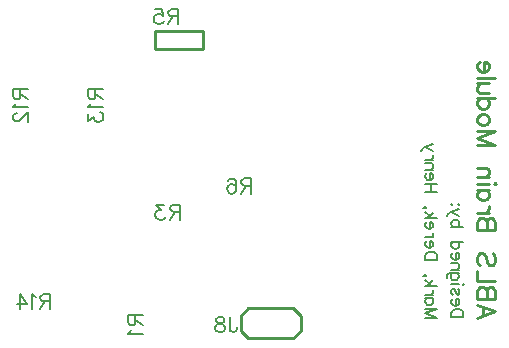
<source format=gbr>
G04 DipTrace 3.0.0.2*
G04 BottomSilk.gbr*
%MOIN*%
G04 #@! TF.FileFunction,Legend,Bot*
G04 #@! TF.Part,Single*
%ADD10C,0.009843*%
%ADD80C,0.00772*%
%ADD81C,0.009264*%
%ADD82C,0.006176*%
%FSLAX26Y26*%
G04*
G70*
G90*
G75*
G01*
G04 BotSilk*
%LPD*%
X1579627Y504701D2*
D10*
X1729627D1*
X1754627Y479701D1*
Y429701D1*
X1729627Y404701D2*
X1754627Y429701D1*
X1579627Y404701D2*
X1729627D1*
X1554627Y429701D2*
X1579627Y404701D1*
X1554627Y479701D2*
Y429701D1*
Y479701D2*
X1579627Y504701D1*
X1268228Y1368453D2*
Y1428453D1*
X1428528Y1368453D2*
X1268228D1*
X1428528D2*
Y1428453D1*
X1268228D1*
X1517101Y475242D2*
D80*
Y436996D1*
X1519478Y429811D1*
X1521910Y427434D1*
X1526663Y425002D1*
X1531471D1*
X1536225Y427434D1*
X1538601Y429811D1*
X1541033Y436996D1*
Y441749D1*
X1489724Y475187D2*
X1496854Y472810D1*
X1499286Y468057D1*
Y463249D1*
X1496854Y458495D1*
X1492101Y456064D1*
X1482539Y453687D1*
X1475354Y451310D1*
X1470601Y446502D1*
X1468224Y441749D1*
Y434564D1*
X1470601Y429811D1*
X1472977Y427379D1*
X1480162Y425002D1*
X1489724D1*
X1496854Y427379D1*
X1499286Y429811D1*
X1501662Y434564D1*
Y441749D1*
X1499286Y446502D1*
X1494477Y451310D1*
X1487347Y453687D1*
X1477786Y456064D1*
X1472977Y458495D1*
X1470601Y463249D1*
Y468057D1*
X1472977Y472810D1*
X1480162Y475187D1*
X1489724D1*
X1202682Y480811D2*
Y459311D1*
X1200251Y452126D1*
X1197874Y449694D1*
X1193121Y447318D1*
X1188312D1*
X1183559Y449694D1*
X1181127Y452126D1*
X1178751Y459311D1*
Y480811D1*
X1228991D1*
X1202682Y464064D2*
X1228991Y447318D1*
X1188368Y431878D2*
X1185936Y427070D1*
X1178806Y419885D1*
X1228991D1*
X1351994Y825817D2*
X1330494D1*
X1323309Y828249D1*
X1320877Y830625D1*
X1318500Y835379D1*
Y840187D1*
X1320877Y844940D1*
X1323309Y847372D1*
X1330494Y849749D1*
X1351994D1*
Y799509D1*
X1335247Y825817D2*
X1318500Y799509D1*
X1298253Y849693D2*
X1272000D1*
X1286315Y830570D1*
X1279130D1*
X1274376Y828194D1*
X1272000Y825817D1*
X1269568Y818632D1*
Y813879D1*
X1272000Y806694D1*
X1276753Y801885D1*
X1283938Y799509D1*
X1291123D1*
X1298253Y801885D1*
X1300629Y804317D1*
X1303061Y809070D1*
X1345840Y1477744D2*
X1324340D1*
X1317155Y1480176D1*
X1314724Y1482553D1*
X1312347Y1487306D1*
Y1492114D1*
X1314724Y1496867D1*
X1317155Y1499299D1*
X1324340Y1501676D1*
X1345840D1*
Y1451436D1*
X1329094Y1477744D2*
X1312347Y1451436D1*
X1268223Y1501621D2*
X1292099D1*
X1294476Y1480121D1*
X1292099Y1482497D1*
X1284914Y1484929D1*
X1277784D1*
X1270599Y1482497D1*
X1265791Y1477744D1*
X1263414Y1470559D1*
Y1465806D1*
X1265791Y1458621D1*
X1270599Y1453812D1*
X1277784Y1451436D1*
X1284914D1*
X1292099Y1453812D1*
X1294476Y1456244D1*
X1296908Y1460997D1*
X1588374Y913224D2*
X1566874D1*
X1559689Y915656D1*
X1557257Y918032D1*
X1554880Y922785D1*
Y927594D1*
X1557257Y932347D1*
X1559689Y934779D1*
X1566874Y937155D1*
X1588374D1*
Y886915D1*
X1571627Y913224D2*
X1554880Y886915D1*
X1510756Y929970D2*
X1513133Y934724D1*
X1520318Y937100D1*
X1525071D1*
X1532256Y934724D1*
X1537064Y927539D1*
X1539441Y915600D1*
Y903662D1*
X1537064Y894101D1*
X1532256Y889292D1*
X1525071Y886915D1*
X1522694D1*
X1515565Y889292D1*
X1510756Y894101D1*
X1508380Y901286D1*
Y903662D1*
X1510756Y910847D1*
X1515565Y915600D1*
X1522694Y917977D1*
X1525071D1*
X1532256Y915600D1*
X1537064Y910847D1*
X1539441Y903662D1*
X819558Y1234729D2*
Y1213229D1*
X817126Y1206044D1*
X814749Y1203612D1*
X809996Y1201235D1*
X805188D1*
X800435Y1203612D1*
X798003Y1206044D1*
X795626Y1213229D1*
Y1234729D1*
X845866D1*
X819558Y1217982D2*
X845866Y1201235D1*
X805243Y1185796D2*
X802811Y1180988D1*
X795681Y1173803D1*
X845866Y1173802D1*
X807620Y1155931D2*
X805243D1*
X800435Y1153555D1*
X798058Y1151178D1*
X795681Y1146370D1*
Y1136808D1*
X798058Y1132055D1*
X800434Y1129678D1*
X805243Y1127247D1*
X809996D1*
X814805Y1129678D1*
X821934Y1134432D1*
X845866Y1158363D1*
Y1124870D1*
X1069556Y1234729D2*
Y1213229D1*
X1067125Y1206044D1*
X1064748Y1203612D1*
X1059995Y1201235D1*
X1055186D1*
X1050433Y1203612D1*
X1048001Y1206044D1*
X1045625Y1213229D1*
Y1234729D1*
X1095865D1*
X1069556Y1217982D2*
X1095865Y1201235D1*
X1055242Y1185796D2*
X1052810Y1180988D1*
X1045680Y1173803D1*
X1095865Y1173802D1*
X1045680Y1153555D2*
Y1127302D1*
X1064803Y1141617D1*
Y1134432D1*
X1067180Y1129678D1*
X1069556Y1127302D1*
X1076741Y1124870D1*
X1081495D1*
X1088680Y1127302D1*
X1093488Y1132055D1*
X1095865Y1139240D1*
Y1146425D1*
X1093488Y1153555D1*
X1091056Y1155931D1*
X1086303Y1158363D1*
X918868Y527717D2*
X897368D1*
X890183Y530149D1*
X887752Y532526D1*
X885375Y537279D1*
Y542087D1*
X887752Y546840D1*
X890183Y549272D1*
X897368Y551649D1*
X918868D1*
Y501409D1*
X902122Y527717D2*
X885375Y501409D1*
X869936Y542032D2*
X865127Y544464D1*
X857942Y551594D1*
Y501409D1*
X818571D2*
Y551594D1*
X842503Y518156D1*
X806633D1*
X2341402Y516916D2*
D81*
X2401690Y493902D1*
X2341402Y470954D1*
X2361498Y479576D2*
Y508294D1*
X2401690Y535443D2*
X2341402D1*
Y561310D1*
X2344320Y569932D1*
X2347172Y572784D1*
X2352876Y575635D1*
X2361498D1*
X2367268Y572784D1*
X2370120Y569932D1*
X2372972Y561310D1*
X2375890Y569932D1*
X2378742Y572784D1*
X2384446Y575635D1*
X2390216D1*
X2395920Y572784D1*
X2398838Y569932D1*
X2401690Y561310D1*
Y535443D1*
X2372972D2*
Y561310D1*
X2401690Y594163D2*
X2341402D1*
Y628584D1*
X2393068Y687303D2*
X2398838Y681600D1*
X2401690Y672978D1*
Y661504D1*
X2398838Y652882D1*
X2393068Y647111D1*
X2387364D1*
X2381594Y650030D1*
X2378742Y652882D1*
X2375890Y658585D1*
X2370120Y675830D1*
X2367268Y681600D1*
X2364350Y684452D1*
X2358646Y687303D1*
X2350024D1*
X2344320Y681600D1*
X2341402Y672978D1*
Y661504D1*
X2344320Y652882D1*
X2350024Y647111D1*
X2401690Y764152D2*
X2341402D1*
Y790018D1*
X2344320Y798640D1*
X2347172Y801492D1*
X2352876Y804344D1*
X2361498D1*
X2367268Y801492D1*
X2370120Y798640D1*
X2372972Y790018D1*
X2375890Y798640D1*
X2378742Y801492D1*
X2384446Y804344D1*
X2390216D1*
X2395920Y801492D1*
X2398838Y798640D1*
X2401690Y790018D1*
Y764152D1*
X2372972D2*
Y790018D1*
X2381594Y822871D2*
X2341402D1*
X2364350D2*
X2372972Y825789D1*
X2378742Y831493D1*
X2381594Y837263D1*
Y845885D1*
Y898834D2*
X2341402D1*
X2372972D2*
X2378742Y893130D1*
X2381594Y887360D1*
Y878804D1*
X2378742Y873034D1*
X2372972Y867330D1*
X2364350Y864412D1*
X2358646D1*
X2350024Y867330D1*
X2344320Y873034D1*
X2341402Y878804D1*
Y887360D1*
X2344320Y893130D1*
X2350024Y898834D1*
X2401690Y917361D2*
X2398838Y920213D1*
X2401690Y923131D1*
X2404608Y920213D1*
X2401690Y917361D1*
X2381594Y920213D2*
X2341402D1*
X2381594Y941658D2*
X2341402D1*
X2370120D2*
X2378742Y950280D1*
X2381594Y956051D1*
Y964606D1*
X2378742Y970376D1*
X2370120Y973228D1*
X2341402D1*
Y1095972D2*
X2401690D1*
X2341402Y1073024D1*
X2401690Y1050077D1*
X2341402D1*
X2381594Y1128825D2*
X2378742Y1123122D1*
X2372972Y1117351D1*
X2364350Y1114499D1*
X2358646D1*
X2350024Y1117351D1*
X2344320Y1123122D1*
X2341402Y1128825D1*
Y1137447D1*
X2344320Y1143218D1*
X2350024Y1148921D1*
X2358646Y1151840D1*
X2364350D1*
X2372972Y1148921D1*
X2378742Y1143218D1*
X2381594Y1137447D1*
Y1128825D1*
X2401690Y1204789D2*
X2341402D1*
X2372972D2*
X2378742Y1199085D1*
X2381594Y1193315D1*
Y1184693D1*
X2378742Y1178989D1*
X2372972Y1173219D1*
X2364350Y1170367D1*
X2358646D1*
X2350024Y1173219D1*
X2344320Y1178989D1*
X2341402Y1184693D1*
Y1193315D1*
X2344320Y1199085D1*
X2350024Y1204789D1*
X2381594Y1223316D2*
X2352876D1*
X2344320Y1226168D1*
X2341402Y1231938D1*
Y1240560D1*
X2344320Y1246264D1*
X2352876Y1254886D1*
X2381594D2*
X2341402D1*
X2401690Y1273413D2*
X2341402D1*
X2364350Y1291940D2*
Y1326362D1*
X2370120D1*
X2375890Y1323510D1*
X2378742Y1320658D1*
X2381594Y1314888D1*
Y1306266D1*
X2378742Y1300562D1*
X2372972Y1294792D1*
X2364350Y1291940D1*
X2358646D1*
X2350024Y1294792D1*
X2344320Y1300562D1*
X2341402Y1306266D1*
Y1314888D1*
X2344320Y1320658D1*
X2350024Y1326362D1*
X2295972Y474299D2*
D82*
X2255780D1*
Y487696D1*
X2257726Y493444D1*
X2261528Y497291D1*
X2265375Y499192D1*
X2271079Y501094D1*
X2280674D1*
X2286422Y499192D1*
X2290224Y497291D1*
X2294071Y493444D1*
X2295972Y487696D1*
Y474299D1*
X2271079Y513445D2*
Y536393D1*
X2274926D1*
X2278773Y534492D1*
X2280674Y532590D1*
X2282575Y528744D1*
Y522996D1*
X2280674Y519193D1*
X2276827Y515346D1*
X2271079Y513445D1*
X2267276D1*
X2261528Y515346D1*
X2257726Y519193D1*
X2255780Y522996D1*
Y528744D1*
X2257726Y532590D1*
X2261528Y536393D1*
X2276827Y569791D2*
X2280674Y567890D1*
X2282575Y562142D1*
Y556394D1*
X2280674Y550646D1*
X2276827Y548744D1*
X2273024Y550646D1*
X2271079Y554492D1*
X2269178Y564043D1*
X2267276Y567890D1*
X2263430Y569791D1*
X2261528D1*
X2257726Y567890D1*
X2255780Y562142D1*
Y556394D1*
X2257726Y550646D1*
X2261528Y548744D1*
X2295972Y582142D2*
X2294071Y584044D1*
X2295972Y585989D1*
X2297918Y584044D1*
X2295972Y582142D1*
X2282575Y584044D2*
X2255780D1*
X2280674Y621289D2*
X2250032D1*
X2244329Y619387D1*
X2242383Y617486D1*
X2240482Y613639D1*
Y607891D1*
X2242383Y604089D1*
X2274926Y621289D2*
X2278728Y617486D1*
X2280674Y613639D1*
Y607891D1*
X2278728Y604089D1*
X2274926Y600242D1*
X2269178Y598341D1*
X2265331D1*
X2259627Y600242D1*
X2255780Y604089D1*
X2253879Y607891D1*
Y613639D1*
X2255780Y617486D1*
X2259627Y621289D1*
X2282575Y633640D2*
X2255780D1*
X2274926D2*
X2280674Y639388D1*
X2282575Y643235D1*
Y648939D1*
X2280674Y652785D1*
X2274926Y654687D1*
X2255780D1*
X2271079Y667038D2*
Y689986D1*
X2274926D1*
X2278773Y688085D1*
X2280674Y686183D1*
X2282575Y682337D1*
Y676589D1*
X2280674Y672786D1*
X2276827Y668939D1*
X2271079Y667038D1*
X2267276D1*
X2261528Y668939D1*
X2257726Y672786D1*
X2255780Y676589D1*
Y682337D1*
X2257726Y686183D1*
X2261528Y689986D1*
X2295972Y725285D2*
X2255780D1*
X2276827D2*
X2280674Y721483D1*
X2282575Y717636D1*
Y711888D1*
X2280674Y708085D1*
X2276827Y704239D1*
X2271079Y702337D1*
X2267276D1*
X2261528Y704239D1*
X2257726Y708085D1*
X2255780Y711888D1*
Y717636D1*
X2257726Y721483D1*
X2261528Y725285D1*
X2295972Y776517D2*
X2255780D1*
X2276827D2*
X2280674Y780364D1*
X2282575Y784167D1*
Y789915D1*
X2280674Y793717D1*
X2276827Y797564D1*
X2271079Y799465D1*
X2267276D1*
X2261528Y797564D1*
X2257726Y793717D1*
X2255780Y789915D1*
Y784167D1*
X2257726Y780364D1*
X2261528Y776517D1*
X2282575Y813762D2*
X2255780Y825214D1*
X2248131Y821411D1*
X2244284Y817565D1*
X2242383Y813762D1*
Y811817D1*
X2282575Y836710D2*
X2255780Y825214D1*
X2282575Y851007D2*
X2280630Y849061D1*
X2278728Y851007D1*
X2280630Y852908D1*
X2282575Y851007D1*
X2259627D2*
X2257682Y849061D1*
X2255780Y851007D1*
X2257682Y852908D1*
X2259627Y851007D1*
X2168280Y502739D2*
X2208472D1*
X2168280Y487441D1*
X2208472Y472142D1*
X2168280D1*
X2195075Y538039D2*
X2168280D1*
X2189327D2*
X2193174Y534236D1*
X2195075Y530389D1*
Y524686D1*
X2193174Y520839D1*
X2189327Y517036D1*
X2183579Y515091D1*
X2179776D1*
X2174028Y517036D1*
X2170226Y520839D1*
X2168280Y524686D1*
Y530389D1*
X2170226Y534236D1*
X2174028Y538039D1*
X2195075Y550390D2*
X2168280D1*
X2183579D2*
X2189327Y552336D1*
X2193174Y556138D1*
X2195075Y559985D1*
Y565733D1*
X2208472Y578084D2*
X2168280D1*
X2195075Y597230D2*
X2175930Y578084D1*
X2183579Y585734D2*
X2168280Y599131D1*
X2170182Y615329D2*
X2168280Y613384D1*
X2170182Y611482D1*
X2172127Y613384D1*
X2170182Y615329D1*
X2166379D1*
X2162532Y613384D1*
X2160631Y611482D1*
X2208472Y666561D2*
X2168280D1*
Y679959D1*
X2170226Y685707D1*
X2174028Y689553D1*
X2177875Y691455D1*
X2183579Y693356D1*
X2193174D1*
X2198922Y691455D1*
X2202724Y689553D1*
X2206571Y685707D1*
X2208472Y679959D1*
Y666561D1*
X2183579Y705707D2*
Y728655D1*
X2187426D1*
X2191273Y726754D1*
X2193174Y724853D1*
X2195075Y721006D1*
Y715258D1*
X2193174Y711455D1*
X2189327Y707609D1*
X2183579Y705707D1*
X2179776D1*
X2174028Y707609D1*
X2170226Y711455D1*
X2168280Y715258D1*
Y721006D1*
X2170226Y724853D1*
X2174028Y728655D1*
X2195075Y741007D2*
X2168280D1*
X2183579D2*
X2189327Y742952D1*
X2193174Y746755D1*
X2195075Y750601D1*
Y756350D1*
X2183579Y768701D2*
Y791649D1*
X2187426D1*
X2191273Y789748D1*
X2193174Y787846D1*
X2195075Y784000D1*
Y778251D1*
X2193174Y774449D1*
X2189327Y770602D1*
X2183579Y768701D1*
X2179776D1*
X2174028Y770602D1*
X2170226Y774449D1*
X2168280Y778251D1*
Y784000D1*
X2170226Y787846D1*
X2174028Y791649D1*
X2208472Y804000D2*
X2168280D1*
X2195075Y823146D2*
X2175930Y804000D1*
X2183579Y811650D2*
X2168280Y825047D1*
X2170182Y841245D2*
X2168280Y839300D1*
X2170182Y837398D1*
X2172127Y839300D1*
X2170182Y841245D1*
X2166379D1*
X2162532Y839300D1*
X2160631Y837398D1*
X2208472Y892477D2*
X2168280D1*
X2208472Y919272D2*
X2168280D1*
X2189327Y892477D2*
Y919272D1*
X2183579Y931623D2*
Y954571D1*
X2187426D1*
X2191272Y952670D1*
X2193174Y950769D1*
X2195075Y946922D1*
Y941174D1*
X2193174Y937371D1*
X2189327Y933525D1*
X2183579Y931623D1*
X2179776D1*
X2174028Y933525D1*
X2170226Y937371D1*
X2168280Y941174D1*
Y946922D1*
X2170226Y950769D1*
X2174028Y954571D1*
X2195075Y966923D2*
X2168280D1*
X2187426D2*
X2193174Y972671D1*
X2195075Y976517D1*
Y982221D1*
X2193174Y986068D1*
X2187426Y987969D1*
X2168280D1*
X2195075Y1000321D2*
X2168280D1*
X2183579D2*
X2189327Y1002266D1*
X2193174Y1006069D1*
X2195075Y1009915D1*
Y1015663D1*
Y1029960D2*
X2168280Y1041412D1*
X2160631Y1037610D1*
X2156784Y1033763D1*
X2154883Y1029960D1*
Y1028015D1*
X2195075Y1052908D2*
X2168280Y1041412D1*
M02*

</source>
